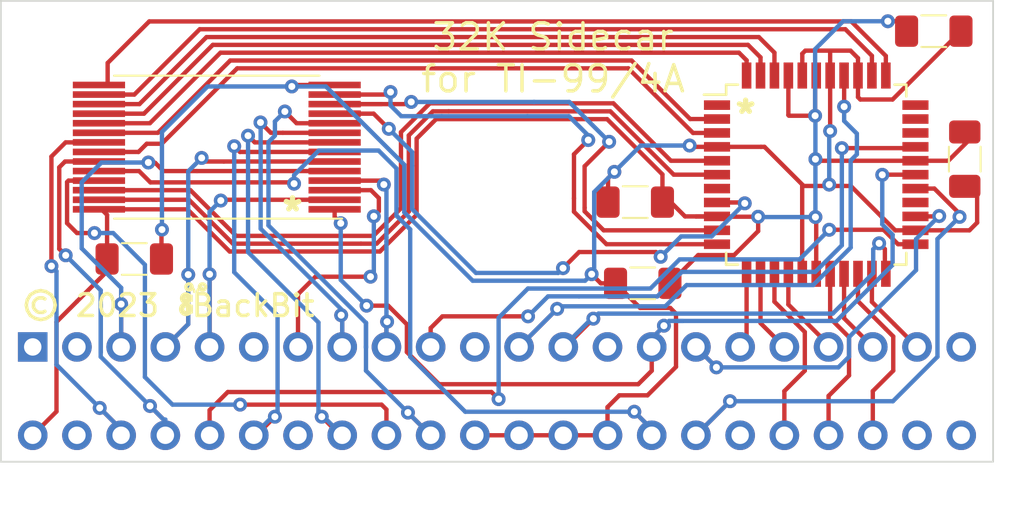
<source format=kicad_pcb>
(kicad_pcb (version 20211014) (generator pcbnew)
  (layers (0 "F.Cu" signal) (31 "B.Cu" signal) (34 "B.Paste" user) (35 "F.Paste" user) (36 "B.SilkS" user "B.Silkscreen") (37 "F.SilkS" user "F.Silkscreen") (38 "B.Mask" user) (39 "F.Mask" user) (44 "Edge.Cuts" user))
  (net 0 "")
  (net 1 "VCC")
  (net 2 "A5")
  (net 3 "A10")
  (net 4 "A4")
  (net 5 "A11")
  (net 6 "A3")
  (net 7 "A12")
  (net 8 "A8")
  (net 9 "A13")
  (net 10 "A14")
  (net 11 "A7")
  (net 12 "A9")
  (net 13 "A15")
  (net 14 "GND")
  (net 15 "D3")
  (net 16 "D1")
  (net 17 "D2")
  (net 18 "D5")
  (net 19 "D0")
  (net 20 "D6")
  (net 21 "D4")
  (net 22 "D7")
  (net 23 "~{MEMEN}")
  (net 24 "A0")
  (net 25 "A1")
  (net 26 "A6")
  (net 27 "~{WE}")
  (net 28 "~{PHI3}")
  (net 29 "A2")
  (net 30 "DBIN")
  (net 31 "Q5")
  (net 32 "Q6")
  (net 33 "Q7")
  (net 34 "Q0")
  (net 35 "Q1")
  (net 36 "Q2")
  (net 37 "Q3")
  (net 38 "Q4")
  (net 39 "~{RWE}")
  (net 40 "RA2")
  (net 41 "~{ROE}")
  (net 42 "~{RCS}")
  (net 43 "SBE")
  (net 44 "~{EXTINT}")
  (net 45 "~{RESET}")
  (net 46 "READY")
  (net 47 "~{LOAD}")
  (net 48 "~{CRUCLK}")
  (net 49 "~{MBE}")
  (net 50 "CRUIN")
  (net 51 "IAQ")
  (net 52 "AUDIN")
  (net 54 "TDI")
  (net 55 "TMS")
  (net 56 "TCK")
  (net 58 "TDO")
  (footprint "Connector_PinSocket_2.54mm:PinSocket_2x22_P2.54mm_Vertical" (layer "F.Cu") (at 119.126 93.218 90)
    (fp_text reference "J2" hide)
    (fp_text value "Conn_02x22_Odd_Even")
  )
  (footprint "Package_SO:TSOP-I-28_11.8x8mm_P0.55mm" (layer "F.Cu") (at 129.7 81.73 180)
    (fp_text reference "U1" hide)
    (fp_text value "CY62256-70PC")
  )
  (footprint "Symbols:TQFP-44_10x10mm_P0.8mm" (layer "F.Cu") (at 164.136 83.312)
    (fp_text reference "U2" hide)
    (fp_text value "ATF1502AS" hide)
  )
  (footprint "Capacitor_SMD:C_1206_3216Metric_Pad1.33x1.80mm_HandSolder" (layer "F.Cu") (at 154.17 89.56 180)
    (fp_text reference "C3" hide)
    (fp_text value "0.1uF")
  )
  (footprint "Capacitor_SMD:C_1206_3216Metric_Pad1.33x1.80mm_HandSolder" (layer "F.Cu") (at 124.96 88.16)
    (fp_text reference "C1" hide)
    (fp_text value "0.1uF")
  )
  (footprint "Capacitor_SMD:C_1206_3216Metric_Pad1.33x1.80mm_HandSolder" (layer "F.Cu") (at 172.67 82.42 -90)
    (fp_text reference "C2" hide)
    (fp_text value "0.1uF")
  )
  (footprint "Capacitor_SMD:C_1206_3216Metric_Pad1.33x1.80mm_HandSolder" (layer "F.Cu") (at 170.89 75.06)
    (fp_text reference "C4" hide)
    (fp_text value "0.1uF")
  )
  (footprint "MountingHole:MountingHole_6.4mm_M6" (layer "F.Cu") (at 145.875 84.22)
    (fp_text reference "H1" hide)
    (fp_text value "MountingHole")
  )
  (footprint "Capacitor_SMD:C_1206_3216Metric_Pad1.33x1.80mm_HandSolder" (layer "F.Cu") (at 153.74 84.89 180)
    (fp_text reference "C5" hide)
    (fp_text value "0.1uF")
  )
  (gr_circle (center 128.879 89.77) (end 128.804 89.77) (layer "F.SilkS") (width 0.2) (fill none))
  (gr_arc (start 128.154228 89.798618) (mid 128.33423 89.865934) (end 128.404 90.045) (layer "F.SilkS") (width 0.15))
  (gr_arc (start 128.579 90.045) (mid 128.663171 89.877504) (end 128.836286 89.805592) (layer "F.SilkS") (width 0.15))
  (gr_circle (center 128.104 89.77) (end 128.029 89.77) (layer "F.SilkS") (width 0.2) (fill none))
  (gr_circle (center 127.929 91.045) (end 127.829 91.07) (layer "F.SilkS") (width 0.3) (fill none))
  (gr_circle (center 127.929 90.42) (end 127.879 90.42) (layer "F.SilkS") (width 0.3) (fill none))
  (gr_poly (pts (xy 128.319 90.22) (xy 128.319 90.62) (xy 127.904 90.62) (xy 127.904 90.22)) (layer "F.SilkS") (width 0) (fill solid))
  (gr_poly (pts (xy 128.329 90.795) (xy 128.329 91.295) (xy 127.929 91.295) (xy 127.929 90.795)) (layer "F.SilkS") (width 0) (fill solid))
  (gr_line (start 117.296 99.818) (end 117.296 73.318) (layer "Edge.Cuts") (width 0.1))
  (gr_line (start 174.296 73.318) (end 174.296 99.818) (layer "Edge.Cuts") (width 0.1))
  (gr_line (start 174.296 99.818) (end 117.296 99.818) (layer "Edge.Cuts") (width 0.1))
  (gr_line (start 117.296 73.318) (end 174.296 73.318) (layer "Edge.Cuts") (width 0.1))
  (gr_text "\n© 2023  BackBit" (at 126.908 89.834) (layer "F.SilkS") (effects (font (size 1.25 1.25) (thickness 0.2))))
  (gr_text "*" (at 160.08 79.85) (layer "F.SilkS") (effects (font (size 1.5 1.5) (thickness 0.3)) (justify mirror)))
  (gr_text "*" (at 134.05 85.46) (layer "F.SilkS") (effects (font (size 1.5 1.5) (thickness 0.3)) (justify mirror)))
  (gr_text "32K Sidecar\nfor TI-99/4A" (at 149.02 76.6) (layer "F.SilkS") (effects (font (size 1.5 1.5) (thickness 0.2))))
  (segment (start 169.836 82.512) (end 164.182 82.512) (width 0.25) (layer "F.Cu") (net 1))
  (segment (start 155.7325 89.56) (end 157.355501 87.936999) (width 0.25) (layer "F.Cu") (net 1))
  (segment (start 121.66 90.61) (end 120.491489 91.778511) (width 0.25) (layer "F.Cu") (net 1))
  (segment (start 130.43952 87.72952) (end 139.07048 87.72952) (width 0.25) (layer "F.Cu") (net 1))
  (segment (start 168.7575 74.49) (end 169.3275 75.06) (width 0.25) (layer "F.Cu") (net 1))
  (segment (start 171.7255 82.512) (end 173.38 80.8575) (width 0.25) (layer "F.Cu") (net 1))
  (segment (start 152.123802 80.11952) (end 155.3025 83.298218) (width 0.25) (layer "F.Cu") (net 1))
  (segment (start 157.228 85.712) (end 156.598 85.712) (width 0.25) (layer "F.Cu") (net 1))
  (segment (start 160.8 85.73) (end 158.454 85.73) (width 0.25) (layer "F.Cu") (net 1))
  (segment (start 141.18 85.62) (end 141.18 81.23904) (width 0.25) (layer "F.Cu") (net 1))
  (segment (start 164.136 85.796) (end 164.09 85.75) (width 0.25) (layer "F.Cu") (net 1))
  (segment (start 164.072798 77.675202) (end 164.136 77.612) (width 0.25) (layer "F.Cu") (net 1))
  (segment (start 123.3975 85.6225) (end 123.08 85.305) (width 0.25) (layer "F.Cu") (net 1))
  (segment (start 120.491489 91.778511) (end 120.491489 96.932511) (width 0.25) (layer "F.Cu") (net 1))
  (segment (start 159.421003 87.936999) (end 160.8 86.558002) (width 0.25) (layer "F.Cu") (net 1))
  (segment (start 157.228 85.712) (end 158.436 85.712) (width 0.25) (layer "F.Cu") (net 1))
  (segment (start 155.716 84.83) (end 156.598 85.712) (width 0.25) (layer "F.Cu") (net 1))
  (segment (start 141.18 81.23904) (end 142.29952 80.11952) (width 0.25) (layer "F.Cu") (net 1))
  (segment (start 128.015 85.305) (end 130.43952 87.72952) (width 0.25) (layer "F.Cu") (net 1))
  (segment (start 160.8 86.558002) (end 160.8 85.73) (width 0.25) (layer "F.Cu") (net 1))
  (segment (start 159.146 85.712) (end 157.228 85.712) (width 0.25) (layer "F.Cu") (net 1))
  (segment (start 123.08 85.305) (end 122.93 85.305) (width 0.25) (layer "F.Cu") (net 1))
  (segment (start 139.07048 87.72952) (end 141.18 85.62) (width 0.25) (layer "F.Cu") (net 1))
  (segment (start 162.572755 79.922755) (end 162.536 79.886) (width 0.25) (layer "F.Cu") (net 1))
  (segment (start 164.072798 79.922755) (end 162.572755 79.922755) (width 0.25) (layer "F.Cu") (net 1))
  (segment (start 164.182 82.512) (end 164.09 82.42) (width 0.25) (layer "F.Cu") (net 1))
  (segment (start 157.355501 87.936999) (end 159.421003 87.936999) (width 0.25) (layer "F.Cu") (net 1))
  (segment (start 170.546 82.512) (end 171.7255 82.512) (width 0.25) (layer "F.Cu") (net 1))
  (segment (start 168.25 74.49) (end 168.7575 74.49) (width 0.25) (layer "F.Cu") (net 1))
  (segment (start 164.072798 79.922755) (end 164.072798 77.675202) (width 0.25) (layer "F.Cu") (net 1))
  (segment (start 164.136 89.012) (end 164.136 85.796) (width 0.25) (layer "F.Cu") (net 1))
  (segment (start 123.3975 88.16) (end 123.3975 85.6225) (width 0.25) (layer "F.Cu") (net 1))
  (segment (start 123.3975 88.16) (end 123.3975 88.8725) (width 0.25) (layer "F.Cu") (net 1))
  (segment (start 123.3975 88.8725) (end 121.66 90.61) (width 0.25) (layer "F.Cu") (net 1))
  (segment (start 158.454 85.73) (end 158.436 85.712) (width 0.25) (layer "F.Cu") (net 1))
  (segment (start 155.3025 83.298218) (end 155.3025 84.89) (width 0.25) (layer "F.Cu") (net 1))
  (segment (start 120.491489 96.932511) (end 119.126 98.298) (width 0.25) (layer "F.Cu") (net 1))
  (segment (start 162.536 79.886) (end 162.536 77.612) (width 0.25) (layer "F.Cu") (net 1))
  (segment (start 142.29952 80.11952) (end 152.123802 80.11952) (width 0.25) (layer "F.Cu") (net 1))
  (segment (start 123.43 85.305) (end 128.015 85.305) (width 0.25) (layer "F.Cu") (net 1))
  (via (at 164.09 85.75) (size 0.8) (drill 0.4) (layers "F.Cu" "B.Cu") (net 1))
  (via (at 164.09 82.42) (size 0.8) (drill 0.4) (layers "F.Cu" "B.Cu") (net 1))
  (via (at 168.25 74.49) (size 0.8) (drill 0.4) (layers "F.Cu" "B.Cu") (net 1))
  (via (at 160.8 85.73) (size 0.8) (drill 0.4) (layers "F.Cu" "B.Cu") (net 1))
  (via (at 164.072798 79.922755) (size 0.8) (drill 0.4) (layers "F.Cu" "B.Cu") (net 1))
  (segment (start 165.68 74.49) (end 168.25 74.49) (width 0.25) (layer "B.Cu") (net 1))
  (segment (start 164.09 79.939957) (end 164.072798 79.922755) (width 0.25) (layer "B.Cu") (net 1))
  (segment (start 164.09 85.75) (end 160.82 85.75) (width 0.25) (layer "B.Cu") (net 1))
  (segment (start 164.09 82.42) (end 164.09 79.939957) (width 0.25) (layer "B.Cu") (net 1))
  (segment (start 164.072798 79.922755) (end 164.072798 76.097202) (width 0.25) (layer "B.Cu") (net 1))
  (segment (start 160.82 85.75) (end 160.8 85.73) (width 0.25) (layer "B.Cu") (net 1))
  (segment (start 164.072798 76.097202) (end 165.68 74.49) (width 0.25) (layer "B.Cu") (net 1))
  (segment (start 164.09 85.75) (end 164.09 82.42) (width 0.25) (layer "B.Cu") (net 1))
  (segment (start 123.43 81.455) (end 121.015 81.455) (width 0.25) (layer "F.Cu") (net 2))
  (segment (start 121.015 81.455) (end 120.2 82.27) (width 0.25) (layer "F.Cu") (net 2))
  (segment (start 124.206 97.956628) (end 122.974686 96.725314) (width 0.25) (layer "F.Cu") (net 2))
  (segment (start 120.2 82.27) (end 120.2 88.57) (width 0.25) (layer "F.Cu") (net 2))
  (segment (start 124.206 98.298) (end 124.206 97.956628) (width 0.25) (layer "F.Cu") (net 2))
  (via (at 122.974686 96.725314) (size 0.8) (drill 0.4) (layers "F.Cu" "B.Cu") (net 2))
  (via (at 120.2 88.57) (size 0.8) (drill 0.4) (layers "F.Cu" "B.Cu") (net 2))
  (segment (start 120.491489 94.241136) (end 120.490999 94.241626) (width 0.25) (layer "B.Cu") (net 2))
  (segment (start 122.974686 96.725314) (end 124.206 97.956628) (width 0.25) (layer "B.Cu") (net 2))
  (segment (start 120.491489 88.861489) (end 120.491489 94.241136) (width 0.25) (layer "B.Cu") (net 2))
  (segment (start 124.206 97.956628) (end 124.206 98.298) (width 0.25) (layer "B.Cu") (net 2))
  (segment (start 120.2 88.57) (end 120.491489 88.861489) (width 0.25) (layer "B.Cu") (net 2))
  (segment (start 120.490999 94.241626) (end 122.974686 96.725314) (width 0.25) (layer "B.Cu") (net 2))
  (segment (start 128.565 83.105) (end 126.635 83.105) (width 0.25) (layer "F.Cu") (net 3))
  (segment (start 135.97 83.105) (end 130.665 83.105) (width 0.25) (layer "F.Cu") (net 3))
  (segment (start 125.784598 82.63) (end 125.767981 82.613383) (width 0.25) (layer "F.Cu") (net 3))
  (segment (start 126.16 82.63) (end 125.97 82.63) (width 0.25) (layer "F.Cu") (net 3))
  (segment (start 124.206 93.218) (end 124.206 90.756) (width 0.25) (layer "F.Cu") (net 3))
  (segment (start 130.665 83.105) (end 128.565 83.105) (width 0.25) (layer "F.Cu") (net 3))
  (segment (start 125.97 82.63) (end 125.75 82.63) (width 0.25) (layer "F.Cu") (net 3))
  (segment (start 125.97 82.63) (end 125.784598 82.63) (width 0.25) (layer "F.Cu") (net 3))
  (segment (start 126.635 83.105) (end 126.16 82.63) (width 0.25) (layer "F.Cu") (net 3))
  (via (at 125.767981 82.613383) (size 0.8) (drill 0.4) (layers "F.Cu" "B.Cu") (net 3))
  (via (at 124.206 90.756) (size 0.8) (drill 0.4) (layers "F.Cu" "B.Cu") (net 3))
  (segment (start 125.767981 82.613383) (end 123.076617 82.613383) (width 0.25) (layer "B.Cu") (net 3))
  (segment (start 123.076617 82.613383) (end 121.94 83.75) (width 0.25) (layer "B.Cu") (net 3))
  (segment (start 121.94 83.75) (end 121.94 87.55) (width 0.25) (layer "B.Cu") (net 3))
  (segment (start 124.206 89.816) (end 124.206 90.756) (width 0.25) (layer "B.Cu") (net 3))
  (segment (start 121.94 87.55) (end 124.206 89.816) (width 0.25) (layer "B.Cu") (net 3))
  (segment (start 124.206 90.756) (end 124.206 93.218) (width 0.25) (layer "B.Cu") (net 3))
  (segment (start 120.98452 82.555) (end 120.64952 82.89) (width 0.25) (layer "F.Cu") (net 4))
  (segment (start 123.43 82.555) (end 121.945 82.555) (width 0.25) (layer "F.Cu") (net 4))
  (segment (start 126.746 98.298) (end 126.746 97.497002) (width 0.25) (layer "F.Cu") (net 4))
  (segment (start 122.93 82.555) (end 120.98452 82.555) (width 0.25) (layer "F.Cu") (net 4))
  (segment (start 126.746 97.497002) (end 125.861999 96.613001) (width 0.25) (layer "F.Cu") (net 4))
  (segment (start 120.64952 82.89) (end 120.64952 87.57952) (width 0.25) (layer "F.Cu") (net 4))
  (segment (start 120.64952 87.57952) (end 121.02 87.95) (width 0.25) (layer "F.Cu") (net 4))
  (via (at 125.861999 96.613001) (size 0.8) (drill 0.4) (layers "F.Cu" "B.Cu") (net 4))
  (via (at 121.02 87.95) (size 0.8) (drill 0.4) (layers "F.Cu" "B.Cu") (net 4))
  (segment (start 126.746 98.298) (end 126.746 97.396) (width 0.25) (layer "B.Cu") (net 4))
  (segment (start 123.030999 90.799001) (end 123.030999 93.199001) (width 0.25) (layer "B.Cu") (net 4))
  (segment (start 123.031489 93.518511) (end 123.030999 93.519001) (width 0.25) (layer "B.Cu") (net 4))
  (segment (start 125.861999 96.613001) (end 123.030999 93.782001) (width 0.25) (layer "B.Cu") (net 4))
  (segment (start 123.031489 89.961489) (end 123.031489 93.518511) (width 0.25) (layer "B.Cu") (net 4))
  (segment (start 123.030999 93.519001) (end 123.030999 90.799001) (width 0.25) (layer "B.Cu") (net 4))
  (segment (start 126.746 97.396) (end 126.644998 97.396) (width 0.25) (layer "B.Cu") (net 4))
  (segment (start 121.02 87.95) (end 123.031489 89.961489) (width 0.25) (layer "B.Cu") (net 4))
  (segment (start 126.644998 97.396) (end 125.861999 96.613001) (width 0.25) (layer "B.Cu") (net 4))
  (segment (start 123.030999 93.782001) (end 123.030999 93.519001) (width 0.25) (layer "B.Cu") (net 4))
  (segment (start 128.06 91.904) (end 128.06 89.06) (width 0.25) (layer "F.Cu") (net 5))
  (segment (start 129.035 82.555) (end 128.83 82.35) (width 0.25) (layer "F.Cu") (net 5))
  (segment (start 126.746 93.218) (end 128.06 91.904) (width 0.25) (layer "F.Cu") (net 5))
  (segment (start 135.97 82.555) (end 130.105 82.555) (width 0.25) (layer "F.Cu") (net 5))
  (segment (start 130.105 82.555) (end 129.035 82.555) (width 0.25) (layer "F.Cu") (net 5))
  (via (at 128.83 82.35) (size 0.8) (drill 0.4) (layers "F.Cu" "B.Cu") (net 5))
  (via (at 128.06 89.06) (size 0.8) (drill 0.4) (layers "F.Cu" "B.Cu") (net 5))
  (segment (start 128.06 89.06) (end 128.06 91.904) (width 0.25) (layer "B.Cu") (net 5))
  (segment (start 128.06 83.12) (end 128.06 89.06) (width 0.25) (layer "B.Cu") (net 5))
  (segment (start 128.06 91.904) (end 126.746 93.218) (width 0.25) (layer "B.Cu") (net 5))
  (segment (start 128.83 82.35) (end 128.06 83.12) (width 0.25) (layer "B.Cu") (net 5))
  (segment (start 129.286 93.218) (end 129.286 89.039) (width 0.25) (layer "F.Cu") (net 6))
  (segment (start 136.47 84.755) (end 129.975 84.755) (width 0.25) (layer "F.Cu") (net 6))
  (segment (start 129.975 84.755) (end 129.93 84.8) (width 0.25) (layer "F.Cu") (net 6))
  (via (at 129.286 89.039) (size 0.8) (drill 0.4) (layers "F.Cu" "B.Cu") (net 6))
  (via (at 129.93 84.8) (size 0.8) (drill 0.4) (layers "F.Cu" "B.Cu") (net 6))
  (segment (start 129.286 85.444) (end 129.93 84.8) (width 0.25) (layer "B.Cu") (net 6))
  (segment (start 129.286 89.039) (end 129.286 85.444) (width 0.25) (layer "B.Cu") (net 6))
  (segment (start 129.286 93.218) (end 129.286 89.039) (width 0.25) (layer "B.Cu") (net 6))
  (segment (start 131.029618 82.005) (end 130.700798 81.67618) (width 0.25) (layer "F.Cu") (net 7))
  (segment (start 135.97 82.005) (end 131.029618 82.005) (width 0.25) (layer "F.Cu") (net 7))
  (segment (start 131.826 98.298) (end 131.969511 98.298) (width 0.25) (layer "F.Cu") (net 7))
  (segment (start 131.969511 98.298) (end 133.037 97.230511) (width 0.25) (layer "F.Cu") (net 7))
  (via (at 133.037 97.230511) (size 0.8) (drill 0.4) (layers "F.Cu" "B.Cu") (net 7))
  (via (at 130.700798 81.67618) (size 0.8) (drill 0.4) (layers "F.Cu" "B.Cu") (net 7))
  (segment (start 133.191489 96.932511) (end 133.191489 91.411489) (width 0.25) (layer "B.Cu") (net 7))
  (segment (start 131.826 98.298) (end 133.191489 96.932511) (width 0.25) (layer "B.Cu") (net 7))
  (segment (start 133.191489 91.411489) (end 130.700798 88.920798) (width 0.25) (layer "B.Cu") (net 7))
  (segment (start 130.700798 88.920798) (end 130.700798 81.67618) (width 0.25) (layer "B.Cu") (net 7))
  (segment (start 139.01 85.418483) (end 138.7215 85.706983) (width 0.25) (layer "F.Cu") (net 8))
  (segment (start 138.53 89.18) (end 135.37 89.18) (width 0.25) (layer "F.Cu") (net 8))
  (segment (start 138.555 84.205) (end 139.01 84.66) (width 0.25) (layer "F.Cu") (net 8))
  (segment (start 135.37 89.18) (end 134.366 90.184) (width 0.25) (layer "F.Cu") (net 8))
  (segment (start 136.47 84.205) (end 138.555 84.205) (width 0.25) (layer "F.Cu") (net 8))
  (segment (start 134.366 90.184) (end 134.366 93.218) (width 0.25) (layer "F.Cu") (net 8))
  (segment (start 139.01 84.66) (end 139.01 85.418483) (width 0.25) (layer "F.Cu") (net 8))
  (via (at 138.53 89.18) (size 0.8) (drill 0.4) (layers "F.Cu" "B.Cu") (net 8))
  (via (at 138.7215 85.706983) (size 0.8) (drill 0.4) (layers "F.Cu" "B.Cu") (net 8))
  (segment (start 138.7215 88.9885) (end 138.53 89.18) (width 0.25) (layer "B.Cu") (net 8))
  (segment (start 138.7215 85.706983) (end 138.7215 88.9885) (width 0.25) (layer "B.Cu") (net 8))
  (segment (start 135.97 81.455) (end 131.8805 81.455) (width 0.25) (layer "F.Cu") (net 9))
  (segment (start 131.8805 81.455) (end 131.4955 81.07) (width 0.25) (layer "F.Cu") (net 9))
  (segment (start 136.906 98.298) (end 136.796489 98.298) (width 0.25) (layer "F.Cu") (net 9))
  (segment (start 136.796489 98.298) (end 135.729 97.230511) (width 0.25) (layer "F.Cu") (net 9))
  (via (at 131.4955 81.07) (size 0.8) (drill 0.4) (layers "F.Cu" "B.Cu") (net 9))
  (via (at 135.729 97.230511) (size 0.8) (drill 0.4) (layers "F.Cu" "B.Cu") (net 9))
  (segment (start 135.541001 96.933001) (end 135.541001 91.811001) (width 0.25) (layer "B.Cu") (net 9))
  (segment (start 136.906 98.298) (end 135.541001 96.933001) (width 0.25) (layer "B.Cu") (net 9))
  (segment (start 131.4955 87.7655) (end 131.4955 81.07) (width 0.25) (layer "B.Cu") (net 9))
  (segment (start 135.541001 91.811001) (end 131.4955 87.7655) (width 0.25) (layer "B.Cu") (net 9))
  (segment (start 136.906 93.218) (end 136.906 91.452454) (width 0.25) (layer "F.Cu") (net 10))
  (segment (start 132.805 80.905) (end 132.21 80.31) (width 0.25) (layer "F.Cu") (net 10))
  (segment (start 136.906 91.452454) (end 136.845273 91.391727) (width 0.25) (layer "F.Cu") (net 10))
  (segment (start 135.97 80.905) (end 133.495 80.905) (width 0.25) (layer "F.Cu") (net 10))
  (segment (start 133.495 80.905) (end 132.805 80.905) (width 0.25) (layer "F.Cu") (net 10))
  (via (at 136.845273 91.391727) (size 0.8) (drill 0.4) (layers "F.Cu" "B.Cu") (net 10))
  (via (at 132.21 80.31) (size 0.8) (drill 0.4) (layers "F.Cu" "B.Cu") (net 10))
  (segment (start 132.22 80.32) (end 132.21 80.31) (width 0.25) (layer "B.Cu") (net 10))
  (segment (start 132.22 86.42) (end 136.906 91.106) (width 0.25) (layer "B.Cu") (net 10))
  (segment (start 132.22 81.84) (end 132.22 80.32) (width 0.25) (layer "B.Cu") (net 10))
  (segment (start 136.906 91.106) (end 136.906 93.218) (width 0.25) (layer "B.Cu") (net 10))
  (segment (start 132.22 81.84) (end 132.22 86.42) (width 0.25) (layer "B.Cu") (net 10))
  (segment (start 139.446 98.298) (end 139.446 96.816) (width 0.25) (layer "F.Cu") (net 11))
  (segment (start 122.93 83.655) (end 121.18 83.655) (width 0.25) (layer "F.Cu") (net 11))
  (segment (start 121.66808 86.67) (end 121.09904 86.10096) (width 0.25) (layer "F.Cu") (net 11))
  (segment (start 123.43 83.655) (end 121.925 83.655) (width 0.25) (layer "F.Cu") (net 11))
  (segment (start 121.09904 83.73596) (end 121.09904 86.10096) (width 0.25) (layer "F.Cu") (net 11))
  (segment (start 139.446 96.816) (end 139.166011 96.536011) (width 0.25) (layer "F.Cu") (net 11))
  (segment (start 122.673 86.67) (end 121.66808 86.67) (width 0.25) (layer "F.Cu") (net 11))
  (segment (start 121.18 83.655) (end 121.09904 83.73596) (width 0.25) (layer "F.Cu") (net 11))
  (segment (start 139.166011 96.536011) (end 131.04 96.536011) (width 0.25) (layer "F.Cu") (net 11))
  (via (at 122.673 86.67) (size 0.8) (drill 0.4) (layers "F.Cu" "B.Cu") (net 11))
  (via (at 131.04 96.536011) (size 0.8) (drill 0.4) (layers "F.Cu" "B.Cu") (net 11))
  (segment (start 125.570999 91.280999) (end 125.570999 94.950999) (width 0.25) (layer "B.Cu") (net 11))
  (segment (start 125.570999 94.950999) (end 127.156011 96.536011) (width 0.25) (layer "B.Cu") (net 11))
  (segment (start 127.156011 96.536011) (end 131.04 96.536011) (width 0.25) (layer "B.Cu") (net 11))
  (segment (start 125.570999 88.490999) (end 123.75 86.67) (width 0.25) (layer "B.Cu") (net 11))
  (segment (start 123.75 86.67) (end 122.673 86.67) (width 0.25) (layer "B.Cu") (net 11))
  (segment (start 125.570999 91.280999) (end 125.570999 88.490999) (width 0.25) (layer "B.Cu") (net 11))
  (segment (start 139.446 91.804) (end 139.483914 91.766086) (width 0.25) (layer "F.Cu") (net 12))
  (segment (start 139.105 83.655) (end 139.33 83.88) (width 0.25) (layer "F.Cu") (net 12))
  (segment (start 139.446 93.218) (end 139.446 91.804) (width 0.25) (layer "F.Cu") (net 12))
  (segment (start 136.47 83.655) (end 139.105 83.655) (width 0.25) (layer "F.Cu") (net 12))
  (via (at 139.483914 91.766086) (size 0.8) (drill 0.4) (layers "F.Cu" "B.Cu") (net 12))
  (via (at 139.29646 83.88) (size 0.8) (drill 0.4) (layers "F.Cu" "B.Cu") (net 12))
  (segment (start 139.446 86.944) (end 139.446 84.02954) (width 0.25) (layer "B.Cu") (net 12))
  (segment (start 139.446 93.218) (end 139.446 87.166) (width 0.25) (layer "B.Cu") (net 12))
  (segment (start 139.446 84.02954) (end 139.29646 83.88) (width 0.25) (layer "B.Cu") (net 12))
  (segment (start 139.446 87.166) (end 139.446 86.944) (width 0.25) (layer "B.Cu") (net 12))
  (segment (start 134.285 80.355) (end 133.61 79.68) (width 0.25) (layer "F.Cu") (net 13))
  (segment (start 141.986 98.298) (end 140.6815 96.9935) (width 0.25) (layer "F.Cu") (net 13))
  (segment (start 135.97 80.355) (end 134.285 80.355) (width 0.25) (layer "F.Cu") (net 13))
  (via (at 133.61 79.68) (size 0.8) (drill 0.4) (layers "F.Cu" "B.Cu") (net 13))
  (via (at 140.6815 96.9935) (size 0.8) (drill 0.4) (layers "F.Cu" "B.Cu") (net 13))
  (segment (start 138.270999 93.259001) (end 138.270999 94.582999) (width 0.25) (layer "B.Cu") (net 13))
  (segment (start 138.270999 91.819001) (end 138.270999 93.190999) (width 0.25) (layer "B.Cu") (net 13))
  (segment (start 132.66952 81.44) (end 132.98952 81.12) (width 0.25) (layer "B.Cu") (net 13))
  (segment (start 138.270999 94.582999) (end 140.6815 96.9935) (width 0.25) (layer "B.Cu") (net 13))
  (segment (start 140.6815 96.9935) (end 141.986 98.298) (width 0.25) (layer "B.Cu") (net 13))
  (segment (start 133.04 80.25) (end 133.04 81.06952) (width 0.25) (layer "B.Cu") (net 13))
  (segment (start 138.270999 93.259001) (end 138.270999 91.835281) (width 0.25) (layer "B.Cu") (net 13))
  (segment (start 132.66952 86.233802) (end 132.66952 81.44) (width 0.25) (layer "B.Cu") (net 13))
  (segment (start 138.270999 93.190999) (end 138.270999 93.259001) (width 0.25) (layer "B.Cu") (net 13))
  (segment (start 133.04 80.25) (end 133.61 79.68) (width 0.25) (layer "B.Cu") (net 13))
  (segment (start 138.270999 91.835281) (end 132.66952 86.233802) (width 0.25) (layer "B.Cu") (net 13))
  (segment (start 134.095 78.155) (end 135.97 78.155) (width 0.25) (layer "F.Cu") (net 14))
  (segment (start 166.67 78.99) (end 166.536 78.856) (width 0.25) (layer "F.Cu") (net 14))
  (segment (start 126.5225 86.4975) (end 126.55 86.47) (width 0.25) (layer "F.Cu") (net 14))
  (segment (start 152.1775 84.89) (end 152.1775 83.5125) (width 0.25) (layer "F.Cu") (net 14))
  (segment (start 152.146 96.679) (end 152.825 96) (width 0.25) (layer "F.Cu") (net 14))
  (segment (start 158.436 81.712) (end 156.938 81.712) (width 0.25) (layer "F.Cu") (net 14))
  (segment (start 154.444 96) (end 156.081 94.363) (width 0.25) (layer "F.Cu") (net 14))
  (segment (start 164.936 77.612) (end 164.936 80.804) (width 0.25) (layer "F.Cu") (net 14))
  (segment (start 164.936 77.612) (end 164.936 76.196) (width 0.25) (layer "F.Cu") (net 14))
  (segment (start 163.336 76.354) (end 163.51 76.18) (width 0.25) (layer "F.Cu") (net 14))
  (segment (start 163.51 76.18) (end 164.952 76.18) (width 0.25) (layer "F.Cu") (net 14))
  (segment (start 173.38 83.9825) (end 173.38 86.07) (width 0.25) (layer "F.Cu") (net 14))
  (segment (start 172.4525 75.06) (end 168.5225 78.99) (width 0.25) (layer "F.Cu") (net 14))
  (segment (start 163.336 77.612) (end 163.336 76.354) (width 0.25) (layer "F.Cu") (net 14))
  (segment (start 152.825 96) (end 154.444 96) (width 0.25) (layer "F.Cu") (net 14))
  (segment (start 169.836 86.512) (end 168.67241 86.512) (width 0.25) (layer "F.Cu") (net 14))
  (segment (start 163.33 83.96) (end 164.96 83.96) (width 0.25) (layer "F.Cu") (net 14))
  (segment (start 155.75 90.975) (end 154.0225 90.975) (width 0.25) (layer "F.Cu") (net 14))
  (segment (start 172.938 86.512) (end 170.546 86.512) (width 0.25) (layer "F.Cu") (net 14))
  (segment (start 166.536 78.856) (end 166.536 77.612) (width 0.25) (layer "F.Cu") (net 14))
  (segment (start 161.164 81.712) (end 163.371 83.919) (width 0.25) (layer "F.Cu") (net 14))
  (segment (start 168.5225 78.99) (end 166.67 78.99) (width 0.25) (layer "F.Cu") (net 14))
  (segment (start 164.936 76.196) (end 164.952 76.18) (width 0.25) (layer "F.Cu") (net 14))
  (segment (start 152.1775 83.5125) (end 152.54 83.15) (width 0.25) (layer "F.Cu") (net 14))
  (segment (start 152.146 98.298) (end 152.146 96.679) (width 0.25) (layer "F.Cu") (net 14))
  (segment (start 151.76 89.56) (end 151.235 89.035) (width 0.25) (layer "F.Cu") (net 14))
  (segment (start 166.12041 83.96) (end 167.870205 85.709795) (width 0.25) (layer "F.Cu") (net 14))
  (segment (start 134.01 78.24) (end 134.095 78.155) (width 0.25) (layer "F.Cu") (net 14))
  (segment (start 168.67241 86.512) (end 167.870205 85.709795) (width 0.25) (layer "F.Cu") (net 14))
  (segment (start 156.081 94.363) (end 156.081 91.306) (width 0.25) (layer "F.Cu") (net 14))
  (segment (start 156.938 81.712) (end 156.863 81.637) (width 0.25) (layer "F.Cu") (net 14))
  (segment (start 173.38 86.07) (end 172.938 86.512) (width 0.25) (layer "F.Cu") (net 14))
  (segment (start 166.104 76.18) (end 166.536 76.612) (width 0.25) (layer "F.Cu") (net 14))
  (segment (start 163.33 83.96) (end 163.371 83.919) (width 0.25) (layer "F.Cu") (net 14))
  (segment (start 160.96 81.712) (end 161.164 81.712) (width 0.25) (layer "F.Cu") (net 14))
  (segment (start 164.952 76.18) (end 166.104 76.18) (width 0.25) (layer "F.Cu") (net 14))
  (segment (start 126.5225 88.16) (end 126.5225 86.4975) (width 0.25) (layer "F.Cu") (net 14))
  (segment (start 159.1835 81.712) (end 160.96 81.712) (width 0.25) (layer "F.Cu") (net 14))
  (segment (start 163.336 89.012) (end 163.336 88.506) (width 0.25) (layer "F.Cu") (net 14))
  (segment (start 156.081 91.306) (end 155.75 90.975) (width 0.25) (layer "F.Cu") (net 14))
  (segment (start 164.882999 83.882999) (end 164.96 83.96) (width 0.25) (layer "F.Cu") (net 14))
  (segment (start 144.526 98.298) (end 152.146 98.298) (width 0.25) (layer "F.Cu") (net 14))
  (segment (start 152.6075 89.56) (end 151.76 89.56) (width 0.25) (layer "F.Cu") (net 14))
  (segment (start 163.33 88.5) (end 163.33 83.96) (width 0.25) (layer "F.Cu") (net 14))
  (segment (start 164.96 83.96) (end 166.12041 83.96) (width 0.25) (layer "F.Cu") (net 14))
  (segment (start 166.536 76.612) (end 166.536 77.612) (width 0.25) (layer "F.Cu") (net 14))
  (segment (start 154.0225 90.975) (end 152.6075 89.56) (width 0.25) (layer "F.Cu") (net 14))
  (segment (start 163.336 88.506) (end 163.33 88.5) (width 0.25) (layer "F.Cu") (net 14))
  (via (at 156.863 81.637) (size 0.8) (drill 0.4) (layers "F.Cu" "B.Cu") (net 14))
  (via (at 152.54 83.15) (size 0.8) (drill 0.4) (layers "F.Cu" "B.Cu") (net 14))
  (via (at 151.235 89.035) (size 0.8) (drill 0.4) (layers "F.Cu" "B.Cu") (net 14))
  (via (at 134.01 78.24) (size 0.8) (drill 0.4) (layers "F.Cu" "B.Cu") (net 14))
  (via (at 126.55 86.47) (size 0.8) (drill 0.4) (layers "F.Cu" "B.Cu") (net 14))
  (via (at 164.882999 83.882999) (size 0.8) (drill 0.4) (layers "F.Cu" "B.Cu") (net 14))
  (via (at 164.936 80.804) (size 0.8) (drill 0.4) (layers "F.Cu" "B.Cu") (net 14))
  (segment (start 144.39998 89.40998) (end 140.47048 85.48048) (width 0.25) (layer "B.Cu") (net 14))
  (segment (start 156.863 81.637) (end 154.053 81.637) (width 0.25) (layer "B.Cu") (net 14))
  (segment (start 164.882999 83.882999) (end 164.882999 80.857001) (width 0.25) (layer "B.Cu") (net 14))
  (segment (start 151.38 88.89) (end 151.38 84.31) (width 0.25) (layer "B.Cu") (net 14))
  (segment (start 151.235 89.035) (end 151.38 88.89) (width 0.25) (layer "B.Cu") (net 14))
  (segment (start 150.86002 89.40998) (end 144.39998 89.40998) (width 0.25) (layer "B.Cu") (net 14))
  (segment (start 151.235 89.035) (end 150.86002 89.40998) (width 0.25) (layer "B.Cu") (net 14))
  (segment (start 151.38 84.31) (end 152.54 83.15) (width 0.25) (layer "B.Cu") (net 14))
  (segment (start 126.55 86.47) (end 126.55 80.86) (width 0.25) (layer "B.Cu") (net 14))
  (segment (start 140.47048 82.74) (end 135.97048 78.24) (width 0.25) (layer "B.Cu") (net 14))
  (segment (start 135.97048 78.24) (end 134.01 78.24) (width 0.25) (layer "B.Cu") (net 14))
  (segment (start 129.17 78.24) (end 134.01 78.24) (width 0.25) (layer "B.Cu") (net 14))
  (segment (start 164.882999 80.857001) (end 164.936 80.804) (width 0.25) (layer "B.Cu") (net 14))
  (segment (start 154.053 81.637) (end 152.54 83.15) (width 0.25) (layer "B.Cu") (net 14))
  (segment (start 140.47048 85.48048) (end 140.47048 82.74) (width 0.25) (layer "B.Cu") (net 14))
  (segment (start 126.55 80.86) (end 129.17 78.24) (width 0.25) (layer "B.Cu") (net 14))
  (segment (start 169.926 93.218) (end 168.624 91.916) (width 0.25) (layer "F.Cu") (net 15))
  (segment (start 167.336 89.012) (end 167.336 90.628) (width 0.25) (layer "F.Cu") (net 15))
  (segment (start 167.336 90.628) (end 168.624 91.916) (width 0.25) (layer "F.Cu") (net 15))
  (segment (start 165.736 89.012) (end 165.736 91.568) (width 0.25) (layer "F.Cu") (net 16))
  (segment (start 165.736 91.568) (end 167.386 93.218) (width 0.25) (layer "F.Cu") (net 16))
  (segment (start 168.561001 94.582999) (end 167.386 95.758) (width 0.25) (layer "F.Cu") (net 17))
  (segment (start 168.561001 92.615001) (end 168.561001 94.582999) (width 0.25) (layer "F.Cu") (net 17))
  (segment (start 166.536 90.59) (end 168.133 92.187) (width 0.25) (layer "F.Cu") (net 17))
  (segment (start 167.386 98.298) (end 167.386 95.758) (width 0.25) (layer "F.Cu") (net 17))
  (segment (start 166.536 89.012) (end 166.536 90.59) (width 0.25) (layer "F.Cu") (net 17))
  (segment (start 168.133 92.187) (end 168.561001 92.615001) (width 0.25) (layer "F.Cu") (net 17))
  (segment (start 162.536 89.012) (end 162.536 90.77959) (width 0.25) (layer "F.Cu") (net 18))
  (segment (start 162.536 90.77959) (end 164.846 93.08959) (width 0.25) (layer "F.Cu") (net 18))
  (segment (start 164.846 93.08959) (end 164.846 93.218) (width 0.25) (layer "F.Cu") (net 18))
  (segment (start 166.021001 94.858999) (end 164.846 96.034) (width 0.25) (layer "F.Cu") (net 19))
  (segment (start 166.021001 92.653999) (end 166.021001 94.858999) (width 0.25) (layer "F.Cu") (net 19))
  (segment (start 164.936 91.568998) (end 166.021001 92.653999) (width 0.25) (layer "F.Cu") (net 19))
  (segment (start 164.846 96.034) (end 164.846 98.298) (width 0.25) (layer "F.Cu") (net 19))
  (segment (start 164.936 89.012) (end 164.936 91.568998) (width 0.25) (layer "F.Cu") (net 19))
  (segment (start 160.936 91.848) (end 162.306 93.218) (width 0.25) (layer "F.Cu") (net 20))
  (segment (start 160.936 89.012) (end 160.936 91.848) (width 0.25) (layer "F.Cu") (net 20))
  (segment (start 163.481001 94.582999) (end 163.481001 92.361001) (width 0.25) (layer "F.Cu") (net 21))
  (segment (start 161.736 90.616) (end 162.97 91.85) (width 0.25) (layer "F.Cu") (net 21))
  (segment (start 161.736 89.012) (end 161.736 90.616) (width 0.25) (layer "F.Cu") (net 21))
  (segment (start 162.306 95.758) (end 163.481001 94.582999) (width 0.25) (layer "F.Cu") (net 21))
  (segment (start 162.306 98.298) (end 162.306 95.758) (width 0.25) (layer "F.Cu") (net 21))
  (segment (start 163.481001 92.361001) (end 162.97 91.85) (width 0.25) (layer "F.Cu") (net 21))
  (segment (start 160.136 89.012) (end 160.136 92.848) (width 0.25) (layer "F.Cu") (net 22))
  (segment (start 160.136 92.848) (end 159.766 93.218) (width 0.25) (layer "F.Cu") (net 22))
  (segment (start 169.836 85.712) (end 171.178 85.712) (width 0.25) (layer "F.Cu") (net 23))
  (segment (start 157.226 93.218) (end 158.401001 94.393001) (width 0.25) (layer "F.Cu") (net 23))
  (segment (start 171.178 85.712) (end 171.2 85.69) (width 0.25) (layer "F.Cu") (net 23))
  (via (at 158.401001 94.393001) (size 0.8) (drill 0.4) (layers "F.Cu" "B.Cu") (net 23))
  (via (at 171.2 85.69) (size 0.8) (drill 0.4) (layers "F.Cu" "B.Cu") (net 23))
  (segment (start 166.021001 92.653999) (end 166.021001 93.782001) (width 0.25) (layer "B.Cu") (net 23))
  (segment (start 166.021001 93.782001) (end 165.410001 94.393001) (width 0.25) (layer "B.Cu") (net 23))
  (segment (start 169.87 88.805) (end 167.9525 90.7225) (width 0.25) (layer "B.Cu") (net 23))
  (segment (start 165.410001 94.393001) (end 163.403001 94.393001) (width 0.25) (layer "B.Cu") (net 23))
  (segment (start 167.9525 90.7225) (end 166.021001 92.653999) (width 0.25) (layer "B.Cu") (net 23))
  (segment (start 158.401001 94.393001) (end 163.403001 94.393001) (width 0.25) (layer "B.Cu") (net 23))
  (segment (start 169.87 87.02) (end 169.87 88.805) (width 0.25) (layer "B.Cu") (net 23))
  (segment (start 171.2 85.69) (end 169.87 87.02) (width 0.25) (layer "B.Cu") (net 23))
  (segment (start 157.226 93.218) (end 158.401001 94.393001) (width 0.25) (layer "B.Cu") (net 23))
  (segment (start 172.37 85.55819) (end 172.37 85.74) (width 0.25) (layer "F.Cu") (net 24))
  (segment (start 169.38 84.112) (end 170.5085 84.112) (width 0.25) (layer "F.Cu") (net 24))
  (segment (start 169.836 84.112) (end 170.92381 84.112) (width 0.25) (layer "F.Cu") (net 24))
  (segment (start 170.92381 84.112) (end 172.37 85.55819) (width 0.25) (layer "F.Cu") (net 24))
  (segment (start 157.226 98.298) (end 159.184 96.34) (width 0.25) (layer "F.Cu") (net 24))
  (via (at 159.184 96.34) (size 0.8) (drill 0.4) (layers "F.Cu" "B.Cu") (net 24))
  (via (at 172.37 85.74) (size 0.8) (drill 0.4) (layers "F.Cu" "B.Cu") (net 24))
  (segment (start 171.101001 93.782001) (end 168.543002 96.34) (width 0.25) (layer "B.Cu") (net 24))
  (segment (start 159.184 96.34) (end 157.226 98.298) (width 0.25) (layer "B.Cu") (net 24))
  (segment (start 168.543002 96.34) (end 159.184 96.34) (width 0.25) (layer "B.Cu") (net 24))
  (segment (start 171.101001 87.008999) (end 171.101001 93.782001) (width 0.25) (layer "B.Cu") (net 24))
  (segment (start 172.37 85.74) (end 171.101001 87.008999) (width 0.25) (layer "B.Cu") (net 24))
  (segment (start 142.467991 95.361001) (end 140.620511 93.513521) (width 0.25) (layer "F.Cu") (net 25))
  (segment (start 154.686 92.7255) (end 155.3865 92.025) (width 0.25) (layer "F.Cu") (net 25))
  (segment (start 167.938 83.312) (end 167.93 83.32) (width 0.25) (layer "F.Cu") (net 25))
  (segment (start 169.836 83.312) (end 167.938 83.312) (width 0.25) (layer "F.Cu") (net 25))
  (segment (start 154.686 94.587002) (end 153.912001 95.361001) (width 0.25) (layer "F.Cu") (net 25))
  (segment (start 136.47 85.75598) (end 136.82 86.10598) (width 0.25) (layer "F.Cu") (net 25))
  (segment (start 155.3865 92.025) (end 155.3865 91.9965) (width 0.25) (layer "F.Cu") (net 25))
  (segment (start 154.686 93.218) (end 154.686 92.7255) (width 0.25) (layer "F.Cu") (net 25))
  (segment (start 154.686 93.218) (end 154.686 94.587002) (width 0.25) (layer "F.Cu") (net 25))
  (segment (start 140.620511 93.513521) (end 140.620511 91.920511) (width 0.25) (layer "F.Cu") (net 25))
  (segment (start 136.47 85.305) (end 136.47 85.75598) (width 0.25) (layer "F.Cu") (net 25))
  (segment (start 139.544842 90.844842) (end 138.305158 90.844842) (width 0.25) (layer "F.Cu") (net 25))
  (segment (start 153.912001 95.361001) (end 142.467991 95.361001) (width 0.25) (layer "F.Cu") (net 25))
  (segment (start 140.620511 91.920511) (end 139.544842 90.844842) (width 0.25) (layer "F.Cu") (net 25))
  (via (at 138.305158 90.844842) (size 0.8) (drill 0.4) (layers "F.Cu" "B.Cu") (net 25))
  (via (at 136.82 86.10598) (size 0.8) (drill 0.4) (layers "F.Cu" "B.Cu") (net 25))
  (via (at 167.93 83.32) (size 0.8) (drill 0.4) (layers "F.Cu" "B.Cu") (net 25))
  (via (at 155.3865 91.9965) (size 0.8) (drill 0.4) (layers "F.Cu" "B.Cu") (net 25))
  (segment (start 156.182 91.722) (end 156.453 91.722) (width 0.25) (layer "B.Cu") (net 25))
  (segment (start 165.300388 91.722) (end 168.524999 88.497389) (width 0.25) (layer "B.Cu") (net 25))
  (segment (start 168.524999 86.764999) (end 167.93 86.17) (width 0.25) (layer "B.Cu") (net 25))
  (segment (start 136.82 89.359684) (end 138.305158 90.844842) (width 0.25) (layer "B.Cu") (net 25))
  (segment (start 168.524999 88.497389) (end 168.524999 86.764999) (width 0.25) (layer "B.Cu") (net 25))
  (segment (start 136.82 86.10598) (end 136.82 89.359684) (width 0.25) (layer "B.Cu") (net 25))
  (segment (start 154.686 92.7255) (end 155.6895 91.722) (width 0.25) (layer "B.Cu") (net 25))
  (segment (start 156.453 91.722) (end 165.300388 91.722) (width 0.25) (layer "B.Cu") (net 25))
  (segment (start 154.686 93.218) (end 154.686 92.7255) (width 0.25) (layer "B.Cu") (net 25))
  (segment (start 167.93 86.17) (end 167.93 83.32) (width 0.25) (layer "B.Cu") (net 25))
  (segment (start 155.6895 91.722) (end 156.453 91.722) (width 0.25) (layer "B.Cu") (net 25))
  (segment (start 154.686 98.298) (end 154.686 97.944004) (width 0.25) (layer "F.Cu") (net 26))
  (segment (start 134.14 83.8295) (end 134.06598 83.75548) (width 0.25) (layer "F.Cu") (net 26))
  (segment (start 125.235 83.105) (end 123.43 83.105) (width 0.25) (layer "F.Cu") (net 26))
  (segment (start 125.88548 83.75548) (end 125.235 83.105) (width 0.25) (layer "F.Cu") (net 26))
  (segment (start 154.686 97.944004) (end 153.685998 96.944002) (width 0.25) (layer "F.Cu") (net 26))
  (segment (start 134.06598 83.75548) (end 132.16548 83.75548) (width 0.25) (layer "F.Cu") (net 26))
  (segment (start 132.16548 83.75548) (end 125.88548 83.75548) (width 0.25) (layer "F.Cu") (net 26))
  (via (at 153.685998 96.944002) (size 0.8) (drill 0.4) (layers "F.Cu" "B.Cu") (net 26))
  (via (at 134.14 83.8295) (size 0.8) (drill 0.4) (layers "F.Cu" "B.Cu") (net 26))
  (segment (start 154.686 97.944004) (end 154.686 98.298) (width 0.25) (layer "B.Cu") (net 26))
  (segment (start 140.067141 85.712859) (end 140.02096 85.666677) (width 0.25) (layer "B.Cu") (net 26))
  (segment (start 140.067141 85.712859) (end 140.810999 86.456717) (width 0.25) (layer "B.Cu") (net 26))
  (segment (start 134.14 83.34) (end 134.14 83.8295) (width 0.25) (layer "B.Cu") (net 26))
  (segment (start 140.810999 93.782001) (end 143.973 96.944002) (width 0.25) (layer "B.Cu") (net 26))
  (segment (start 138.99452 81.92452) (end 135.55548 81.92452) (width 0.25) (layer "B.Cu") (net 26))
  (segment (start 140.810999 86.456717) (end 140.810999 92.860999) (width 0.25) (layer "B.Cu") (net 26))
  (segment (start 140.02096 82.95096) (end 138.99452 81.92452) (width 0.25) (layer "B.Cu") (net 26))
  (segment (start 140.02096 85.666677) (end 140.02096 82.95096) (width 0.25) (layer "B.Cu") (net 26))
  (segment (start 140.810999 92.860999) (end 140.810999 93.782001) (width 0.25) (layer "B.Cu") (net 26))
  (segment (start 135.55548 81.92452) (end 134.14 83.34) (width 0.25) (layer "B.Cu") (net 26))
  (segment (start 143.973 96.944002) (end 153.685998 96.944002) (width 0.25) (layer "B.Cu") (net 26))
  (segment (start 153.685998 96.944002) (end 154.686 97.944004) (width 0.25) (layer "B.Cu") (net 26))
  (segment (start 167.75 87.26) (end 168.08 87.59) (width 0.25) (layer "F.Cu") (net 27))
  (segment (start 168.08 87.59) (end 168.08 88.956) (width 0.25) (layer "F.Cu") (net 27))
  (segment (start 149.707 93.218) (end 151.332011 91.592989) (width 0.25) (layer "F.Cu") (net 27))
  (segment (start 168.08 88.956) (end 168.136 89.012) (width 0.25) (layer "F.Cu") (net 27))
  (segment (start 149.606 93.218) (end 149.707 93.218) (width 0.25) (layer "F.Cu") (net 27))
  (via (at 167.75 87.26) (size 0.8) (drill 0.4) (layers "F.Cu" "B.Cu") (net 27))
  (via (at 151.332011 91.592989) (size 0.8) (drill 0.4) (layers "F.Cu" "B.Cu") (net 27))
  (segment (start 151.332011 91.592989) (end 151.623 91.302) (width 0.25) (layer "B.Cu") (net 27))
  (segment (start 151.231011 91.592989) (end 151.332011 91.592989) (width 0.25) (layer "B.Cu") (net 27))
  (segment (start 151.623 91.302) (end 165.083978 91.302) (width 0.25) (layer "B.Cu") (net 27))
  (segment (start 167.41 88.975978) (end 167.41 87.6) (width 0.25) (layer "B.Cu") (net 27))
  (segment (start 165.083978 91.302) (end 167.41 88.975978) (width 0.25) (layer "B.Cu") (net 27))
  (segment (start 167.41 87.6) (end 167.75 87.26) (width 0.25) (layer "B.Cu") (net 27))
  (segment (start 149.606 93.218) (end 151.231011 91.592989) (width 0.25) (layer "B.Cu") (net 27))
  (segment (start 165.74 77.616) (end 165.736 77.612) (width 0.25) (layer "F.Cu") (net 28))
  (segment (start 147.066 93.218) (end 149.2545 91.0295) (width 0.25) (layer "F.Cu") (net 28))
  (segment (start 165.74 79.4) (end 165.74 77.616) (width 0.25) (layer "F.Cu") (net 28))
  (via (at 165.74 79.4) (size 0.8) (drill 0.4) (layers "F.Cu" "B.Cu") (net 28))
  (via (at 149.2545 91.0295) (size 0.8) (drill 0.4) (layers "F.Cu" "B.Cu") (net 28))
  (segment (start 156.688 89.662) (end 155.468 90.882) (width 0.25) (layer "B.Cu") (net 28))
  (segment (start 149.402 90.882) (end 149.2545 91.0295) (width 0.25) (layer "B.Cu") (net 28))
  (segment (start 163.95841 89.662) (end 156.688 89.662) (width 0.25) (layer "B.Cu") (net 28))
  (segment (start 166.471277 81.298723) (end 166.471277 80.951277) (width 0.25) (layer "B.Cu") (net 28))
  (segment (start 149.2545 91.0295) (end 147.066 93.218) (width 0.25) (layer "B.Cu") (net 28))
  (segment (start 166.116 82.498554) (end 166.116 87.50441) (width 0.25) (layer "B.Cu") (net 28))
  (segment (start 165.74 80.22) (end 165.74 79.4) (width 0.25) (layer "B.Cu") (net 28))
  (segment (start 155.468 90.882) (end 149.402 90.882) (width 0.25) (layer "B.Cu") (net 28))
  (segment (start 166.471277 82.143277) (end 166.116 82.498554) (width 0.25) (layer "B.Cu") (net 28))
  (segment (start 166.471277 80.951277) (end 165.74 80.22) (width 0.25) (layer "B.Cu") (net 28))
  (segment (start 166.116 87.50441) (end 163.95841 89.662) (width 0.25) (layer "B.Cu") (net 28))
  (segment (start 166.471277 81.298723) (end 166.471277 82.143277) (width 0.25) (layer "B.Cu") (net 28))
  (segment (start 141.986 92.134) (end 142.66 91.46) (width 0.25) (layer "F.Cu") (net 29))
  (segment (start 141.986 93.218) (end 141.986 92.134) (width 0.25) (layer "F.Cu") (net 29))
  (segment (start 169.761 81.787) (end 169.836 81.712) (width 0.25) (layer "F.Cu") (net 29))
  (segment (start 165.608 81.787) (end 169.761 81.787) (width 0.25) (layer "F.Cu") (net 29))
  (segment (start 142.66 91.46) (end 147.58 91.46) (width 0.25) (layer "F.Cu") (net 29))
  (via (at 147.58 91.46) (size 0.8) (drill 0.4) (layers "F.Cu" "B.Cu") (net 29))
  (via (at 165.608 81.787) (size 0.8) (drill 0.4) (layers "F.Cu" "B.Cu") (net 29))
  (segment (start 165.608 81.787) (end 165.608 87.376) (width 0.25) (layer "B.Cu") (net 29))
  (segment (start 164.084 88.9) (end 156.42 88.9) (width 0.25) (layer "B.Cu") (net 29))
  (segment (start 148.73 90.31) (end 150.51 90.31) (width 0.25) (layer "B.Cu") (net 29))
  (segment (start 156.42 88.9) (end 155.01 90.31) (width 0.25) (layer "B.Cu") (net 29))
  (segment (start 165.608 87.376) (end 164.084 88.9) (width 0.25) (layer "B.Cu") (net 29))
  (segment (start 155.01 90.31) (end 150.51 90.31) (width 0.25) (layer "B.Cu") (net 29))
  (segment (start 147.58 91.46) (end 148.73 90.31) (width 0.25) (layer "B.Cu") (net 29))
  (segment (start 129.286 98.298) (end 129.286 96.855011) (width 0.25) (layer "F.Cu") (net 30))
  (segment (start 145.483009 95.811011) (end 145.890999 96.219001) (width 0.25) (layer "F.Cu") (net 30))
  (segment (start 129.286 96.855011) (end 130.33 95.811011) (width 0.25) (layer "F.Cu") (net 30))
  (segment (start 130.33 95.811011) (end 145.483009 95.811011) (width 0.25) (layer "F.Cu") (net 30))
  (segment (start 169.836 87.312) (end 168.836 87.312) (width 0.25) (layer "F.Cu") (net 30))
  (segment (start 168.836 87.312) (end 168.004 86.48) (width 0.25) (layer "F.Cu") (net 30))
  (segment (start 168.004 86.48) (end 164.882999 86.48) (width 0.25) (layer "F.Cu") (net 30))
  (via (at 145.890999 96.219001) (size 0.8) (drill 0.4) (layers "F.Cu" "B.Cu") (net 30))
  (via (at 164.882999 86.48) (size 0.8) (drill 0.4) (layers "F.Cu" "B.Cu") (net 30))
  (segment (start 145.890999 91.541999) (end 145.890999 95.339001) (width 0.25) (layer "B.Cu") (net 30))
  (segment (start 145.890999 95.339001) (end 145.890999 96.219001) (width 0.25) (layer "B.Cu") (net 30))
  (segment (start 163.180009 88.18299) (end 164.882999 86.48) (width 0.25) (layer "B.Cu") (net 30))
  (segment (start 161.90701 88.18299) (end 156.28701 88.18299) (width 0.25) (layer "B.Cu") (net 30))
  (segment (start 147.573008 89.85999) (end 145.890999 91.541999) (width 0.25) (layer "B.Cu") (net 30))
  (segment (start 156.28701 88.18299) (end 154.61001 89.85999) (width 0.25) (layer "B.Cu") (net 30))
  (segment (start 161.90701 88.18299) (end 163.180009 88.18299) (width 0.25) (layer "B.Cu") (net 30))
  (segment (start 154.61001 89.85999) (end 147.573008 89.85999) (width 0.25) (layer "B.Cu") (net 30))
  (segment (start 150.22 82.14) (end 151.04 81.32) (width 0.25) (layer "F.Cu") (net 31))
  (segment (start 139.68 78.5605) (end 139.5355 78.705) (width 0.25) (layer "F.Cu") (net 31))
  (segment (start 150.22 84.67) (end 150.22 82.14) (width 0.25) (layer "F.Cu") (net 31))
  (segment (start 152.088787 87.312) (end 150.22 85.443213) (width 0.25) (layer "F.Cu") (net 31))
  (segment (start 158.436 87.312) (end 152.088787 87.312) (width 0.25) (layer "F.Cu") (net 31))
  (segment (start 150.22 85.443213) (end 150.22 84.67) (width 0.25) (layer "F.Cu") (net 31))
  (segment (start 139.5355 78.705) (end 136.47 78.705) (width 0.25) (layer "F.Cu") (net 31))
  (via (at 151.04 81.32) (size 0.8) (drill 0.4) (layers "F.Cu" "B.Cu") (net 31))
  (via (at 139.68 78.5605) (size 0.8) (drill 0.4) (layers "F.Cu" "B.Cu") (net 31))
  (segment (start 139.69 79.34) (end 139.68 79.33) (width 0.25) (layer "B.Cu") (net 31))
  (segment (start 139.68 79.33) (end 139.68 78.5605) (width 0.25) (layer "B.Cu") (net 31))
  (segment (start 151.04 81.06) (end 149.93 79.95) (width 0.25) (layer "B.Cu") (net 31))
  (segment (start 142.62 79.95) (end 140.3 79.95) (width 0.25) (layer "B.Cu") (net 31))
  (segment (start 140.3 79.95) (end 139.69 79.34) (width 0.25) (layer "B.Cu") (net 31))
  (segment (start 149.93 79.95) (end 147.54 79.95) (width 0.25) (layer "B.Cu") (net 31))
  (segment (start 147.54 79.95) (end 142.62 79.95) (width 0.25) (layer "B.Cu") (net 31))
  (segment (start 151.04 81.32) (end 151.04 81.06) (width 0.25) (layer "B.Cu") (net 31))
  (segment (start 140.745 79.255) (end 140.87 79.13) (width 0.25) (layer "F.Cu") (net 32))
  (segment (start 150.83 85.21) (end 150.83 82.83) (width 0.25) (layer "F.Cu") (net 32))
  (segment (start 136.47 79.255) (end 140.745 79.255) (width 0.25) (layer "F.Cu") (net 32))
  (segment (start 151.04 85.627495) (end 150.83 85.417495) (width 0.25) (layer "F.Cu") (net 32))
  (segment (start 158.436 86.512) (end 151.924505 86.512) (width 0.25) (layer "F.Cu") (net 32))
  (segment (start 151.924505 86.512) (end 151.04 85.627495) (width 0.25) (layer "F.Cu") (net 32))
  (segment (start 150.83 82.83) (end 152.24 81.42) (width 0.25) (layer "F.Cu") (net 32))
  (segment (start 150.83 85.417495) (end 150.83 85.21) (width 0.25) (layer "F.Cu") (net 32))
  (segment (start 139.155 79.255) (end 135.97 79.255) (width 0.25) (layer "F.Cu") (net 32))
  (via (at 152.24 81.42) (size 0.8) (drill 0.4) (layers "F.Cu" "B.Cu") (net 32))
  (via (at 140.87 79.13) (size 0.8) (drill 0.4) (layers "F.Cu" "B.Cu") (net 32))
  (segment (start 147.95 79.13) (end 149.95 79.13) (width 0.25) (layer "B.Cu") (net 32))
  (segment (start 147.9 79.13) (end 140.87 79.13) (width 0.25) (layer "B.Cu") (net 32))
  (segment (start 149.95 79.13) (end 152.24 81.42) (width 0.25) (layer "B.Cu") (net 32))
  (segment (start 147.95 79.13) (end 147.9 79.13) (width 0.25) (layer "B.Cu") (net 32))
  (segment (start 138.712903 79.805) (end 139.582403 80.6745) (width 0.25) (layer "F.Cu") (net 33))
  (segment (start 152.26201 87.76201) (end 150.51347 87.76201) (width 0.25) (layer "F.Cu") (net 33))
  (segment (start 154.92501 87.76201) (end 155.2 88.037) (width 0.25) (layer "F.Cu") (net 33))
  (segment (start 152.26201 87.76201) (end 154.92501 87.76201) (width 0.25) (layer "F.Cu") (net 33))
  (segment (start 159.982 84.912) (end 160.03 84.96) (width 0.25) (layer "F.Cu") (net 33))
  (segment (start 158.436 84.912) (end 159.982 84.912) (width 0.25) (layer "F.Cu") (net 33))
  (segment (start 136.47 79.805) (end 138.712903 79.805) (width 0.25) (layer "F.Cu") (net 33))
  (segment (start 150.51347 87.76201) (end 149.59 88.68548) (width 0.25) (layer "F.Cu") (net 33))
  (via (at 149.59 88.68548) (size 0.8) (drill 0.4) (layers "F.Cu" "B.Cu") (net 33))
  (via (at 139.582403 80.6745) (size 0.8) (drill 0.4) (layers "F.Cu" "B.Cu") (net 33))
  (via (at 155.2 88.037) (size 0.8) (drill 0.4) (layers "F.Cu" "B.Cu") (net 33))
  (via (at 160.03 84.96) (size 0.8) (drill 0.4) (layers "F.Cu" "B.Cu") (net 33))
  (segment (start 160.03 84.96) (end 158.1265 86.8635) (width 0.25) (layer "B.Cu") (net 33))
  (segment (start 155.2 88.037) (end 156.3735 86.8635) (width 0.25) (layer "B.Cu") (net 33))
  (segment (start 149.31502 88.96046) (end 144.586178 88.96046) (width 0.25) (layer "B.Cu") (net 33))
  (segment (start 149.59 88.68548) (end 149.31502 88.96046) (width 0.25) (layer "B.Cu") (net 33))
  (segment (start 158.1265 86.8635) (end 156.3735 86.8635) (width 0.25) (layer "B.Cu") (net 33))
  (segment (start 140.92 82.8) (end 140.92 82.012097) (width 0.25) (layer "B.Cu") (net 33))
  (segment (start 144.586178 88.96046) (end 140.92 85.294282) (width 0.25) (layer "B.Cu") (net 33))
  (segment (start 140.92 85.294282) (end 140.92 82.8) (width 0.25) (layer "B.Cu") (net 33))
  (segment (start 140.92 82.012097) (end 139.582403 80.6745) (width 0.25) (layer "B.Cu") (net 33))
  (segment (start 160.136 76.736) (end 160.136 77.612) (width 0.25) (layer "F.Cu") (net 34))
  (segment (start 123.43 80.355) (end 125.855 80.355) (width 0.25) (layer "F.Cu") (net 34))
  (segment (start 159.69808 76.29808) (end 160.136 76.736) (width 0.25) (layer "F.Cu") (net 34))
  (segment (start 125.855 80.355) (end 129.91192 76.29808) (width 0.25) (layer "F.Cu") (net 34))
  (segment (start 129.91192 76.29808) (end 159.69808 76.29808) (width 0.25) (layer "F.Cu") (net 34))
  (segment (start 125.515 79.805) (end 129.47144 75.84856) (width 0.25) (layer "F.Cu") (net 35))
  (segment (start 160.936 76.566) (end 160.936 77.612) (width 0.25) (layer "F.Cu") (net 35))
  (segment (start 129.47144 75.84856) (end 160.21856 75.84856) (width 0.25) (layer "F.Cu") (net 35))
  (segment (start 123.43 79.805) (end 125.515 79.805) (width 0.25) (layer "F.Cu") (net 35))
  (segment (start 160.21856 75.84856) (end 160.936 76.566) (width 0.25) (layer "F.Cu") (net 35))
  (segment (start 160.83904 75.39904) (end 161.736 76.296) (width 0.25) (layer "F.Cu") (net 36))
  (segment (start 125.255 79.255) (end 129.11096 75.39904) (width 0.25) (layer "F.Cu") (net 36))
  (segment (start 123.43 79.255) (end 125.255 79.255) (width 0.25) (layer "F.Cu") (net 36))
  (segment (start 129.11096 75.39904) (end 160.83904 75.39904) (width 0.25) (layer "F.Cu") (net 36))
  (segment (start 161.736 76.296) (end 161.736 77.612) (width 0.25) (layer "F.Cu") (net 36))
  (segment (start 124.965 78.705) (end 128.72048 74.94952) (width 0.25) (layer "F.Cu") (net 37))
  (segment (start 123.43 78.705) (end 124.965 78.705) (width 0.25) (layer "F.Cu") (net 37))
  (segment (start 165.80952 74.94952) (end 167.336 76.476) (width 0.25) (layer "F.Cu") (net 37))
  (segment (start 128.72048 74.94952) (end 165.80952 74.94952) (width 0.25) (layer "F.Cu") (net 37))
  (segment (start 167.336 76.476) (end 167.336 77.612) (width 0.25) (layer "F.Cu") (net 37))
  (segment (start 123.43 76.89) (end 125.82 74.5) (width 0.25) (layer "F.Cu") (net 38))
  (segment (start 166.15 74.5) (end 168.136 76.486) (width 0.25) (layer "F.Cu") (net 38))
  (segment (start 123.43 78.155) (end 123.43 76.89) (width 0.25) (layer "F.Cu") (net 38))
  (segment (start 168.136 76.486) (end 168.136 77.612) (width 0.25) (layer "F.Cu") (net 38))
  (segment (start 125.82 74.5) (end 166.15 74.5) (width 0.25) (layer "F.Cu") (net 38))
  (segment (start 130.625718 87.28) (end 128.100718 84.755) (width 0.25) (layer "F.Cu") (net 39))
  (segment (start 158.436 83.312) (end 155.952 83.312) (width 0.25) (layer "F.Cu") (net 39))
  (segment (start 137.98 87.28) (end 138.884282 87.28) (width 0.25) (layer "F.Cu") (net 39))
  (segment (start 138.884282 87.28) (end 140.73048 85.433802) (width 0.25) (layer "F.Cu") (net 39))
  (segment (start 152.31 79.67) (end 143.02 79.67) (width 0.25) (layer "F.Cu") (net 39))
  (segment (start 155.952 83.312) (end 152.31 79.67) (width 0.25) (layer "F.Cu") (net 39))
  (segment (start 137.98 87.28) (end 130.625718 87.28) (width 0.25) (layer "F.Cu") (net 39))
  (segment (start 128.100718 84.755) (end 123.43 84.755) (width 0.25) (layer "F.Cu") (net 39))
  (segment (start 140.73048 81.052842) (end 142.113322 79.67) (width 0.25) (layer "F.Cu") (net 39))
  (segment (start 140.73048 85.433802) (end 140.73048 81.052842) (width 0.25) (layer "F.Cu") (net 39))
  (segment (start 142.113322 79.67) (end 143.02 79.67) (width 0.25) (layer "F.Cu") (net 39))
  (segment (start 141.937604 79.21) (end 152.485717 79.21) (width 0.25) (layer "F.Cu") (net 40))
  (segment (start 140.28096 80.866644) (end 141.937604 79.21) (width 0.25) (layer "F.Cu") (net 40))
  (segment (start 138.698084 86.83048) (end 140.28096 85.247604) (width 0.25) (layer "F.Cu") (net 40))
  (segment (start 152.485717 79.21) (end 155.787718 82.512) (width 0.25) (layer "F.Cu") (net 40))
  (segment (start 130.811916 86.83048) (end 138.698084 86.83048) (width 0.25) (layer "F.Cu") (net 40))
  (segment (start 155.787718 82.512) (end 158.436 82.512) (width 0.25) (layer "F.Cu") (net 40))
  (segment (start 128.186436 84.205) (end 130.811916 86.83048) (width 0.25) (layer "F.Cu") (net 40))
  (segment (start 123.43 84.205) (end 128.186436 84.205) (width 0.25) (layer "F.Cu") (net 40))
  (segment (start 140.28096 85.247604) (end 140.28096 80.866644) (width 0.25) (layer "F.Cu") (net 40))
  (segment (start 125.675 81.535) (end 126.535 81.535) (width 0.25) (layer "F.Cu") (net 41))
  (segment (start 157.056282 80.912) (end 158.436 80.912) (width 0.25) (layer "F.Cu") (net 41))
  (segment (start 125.205 82.005) (end 125.675 81.535) (width 0.25) (layer "F.Cu") (net 41))
  (segment (start 153.341402 77.19712) (end 157.056282 80.912) (width 0.25) (layer "F.Cu") (net 41))
  (segment (start 126.535 81.535) (end 130.87288 77.19712) (width 0.25) (layer "F.Cu") (net 41))
  (segment (start 123.43 82.005) (end 125.205 82.005) (width 0.25) (layer "F.Cu") (net 41))
  (segment (start 130.87288 77.19712) (end 153.341402 77.19712) (width 0.25) (layer "F.Cu") (net 41))
  (segment (start 156.892 80.112) (end 158.436 80.112) (width 0.25) (layer "F.Cu") (net 42))
  (segment (start 130.4724 76.7476) (end 153.5276 76.7476) (width 0.25) (layer "F.Cu") (net 42))
  (segment (start 126.315 80.905) (end 130.4724 76.7476) (width 0.25) (layer "F.Cu") (net 42))
  (segment (start 123.43 80.905) (end 126.315 80.905) (width 0.25) (layer "F.Cu") (net 42))
  (segment (start 153.5276 76.7476) (end 156.892 80.112) (width 0.25) (layer "F.Cu") (net 42))
)
</source>
